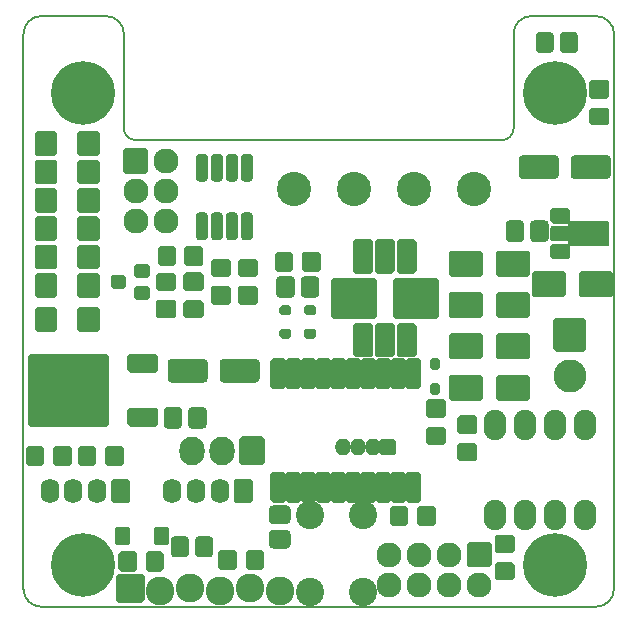
<source format=gts>
%TF.GenerationSoftware,KiCad,Pcbnew,5.1.10-88a1d61d58~88~ubuntu20.04.1*%
%TF.CreationDate,2021-05-10T22:45:26+02:00*%
%TF.ProjectId,mfx-link2,6d66782d-6c69-46e6-9b32-2e6b69636164,rev?*%
%TF.SameCoordinates,Original*%
%TF.FileFunction,Soldermask,Top*%
%TF.FilePolarity,Negative*%
%FSLAX46Y46*%
G04 Gerber Fmt 4.6, Leading zero omitted, Abs format (unit mm)*
G04 Created by KiCad (PCBNEW 5.1.10-88a1d61d58~88~ubuntu20.04.1) date 2021-05-10 22:45:26*
%MOMM*%
%LPD*%
G01*
G04 APERTURE LIST*
%TA.AperFunction,Profile*%
%ADD10C,0.150000*%
%TD*%
%ADD11O,1.400000X1.400000*%
%ADD12O,1.901140X2.599640*%
%ADD13C,0.100000*%
%ADD14C,5.400000*%
%ADD15O,1.598880X2.099260*%
%ADD16O,2.127200X2.127200*%
%ADD17O,2.127200X2.432000*%
%ADD18C,2.432000*%
%ADD19C,2.800000*%
%ADD20C,2.900000*%
%ADD21C,2.398980*%
G04 APERTURE END LIST*
D10*
X161950000Y-95350000D02*
X161950000Y-103350000D01*
X168950000Y-93850000D02*
X163450000Y-93850000D01*
X127450000Y-93850000D02*
X121950000Y-93850000D01*
X128950000Y-103350000D02*
X128950000Y-95350000D01*
X160950000Y-104350000D02*
X129950000Y-104350000D01*
X160950000Y-104350000D02*
G75*
G03*
X161950000Y-103350000I0J1000000D01*
G01*
X128950000Y-103350000D02*
G75*
G03*
X129950000Y-104350000I1000000J0D01*
G01*
X128950000Y-95350000D02*
G75*
G03*
X127450000Y-93850000I-1500000J0D01*
G01*
X163450000Y-93850000D02*
G75*
G03*
X161950000Y-95350000I0J-1500000D01*
G01*
X120450000Y-95350000D02*
X120450000Y-142350000D01*
X170450000Y-142350000D02*
X170450000Y-95350000D01*
X120450000Y-142350000D02*
G75*
G03*
X121950000Y-143850000I1500000J0D01*
G01*
X168950000Y-143850000D02*
G75*
G03*
X170450000Y-142350000I0J1500000D01*
G01*
X121950000Y-93850000D02*
G75*
G03*
X120450000Y-95350000I0J-1500000D01*
G01*
X170450000Y-95350000D02*
G75*
G03*
X168950000Y-93850000I-1500000J0D01*
G01*
X168950000Y-143850000D02*
X121950000Y-143850000D01*
%TO.C,C1*%
G36*
G01*
X143420000Y-116199106D02*
X143420000Y-117378894D01*
G75*
G02*
X143084894Y-117714000I-335106J0D01*
G01*
X142180106Y-117714000D01*
G75*
G02*
X141845000Y-117378894I0J335106D01*
G01*
X141845000Y-116199106D01*
G75*
G02*
X142180106Y-115864000I335106J0D01*
G01*
X143084894Y-115864000D01*
G75*
G02*
X143420000Y-116199106I0J-335106D01*
G01*
G37*
G36*
G01*
X145495000Y-116199106D02*
X145495000Y-117378894D01*
G75*
G02*
X145159894Y-117714000I-335106J0D01*
G01*
X144255106Y-117714000D01*
G75*
G02*
X143920000Y-117378894I0J335106D01*
G01*
X143920000Y-116199106D01*
G75*
G02*
X144255106Y-115864000I335106J0D01*
G01*
X145159894Y-115864000D01*
G75*
G02*
X145495000Y-116199106I0J-335106D01*
G01*
G37*
%TD*%
%TO.C,D9*%
G36*
G01*
X131505200Y-138471200D02*
X131505200Y-137271200D01*
G75*
G02*
X131705200Y-137071200I200000J0D01*
G01*
X132605200Y-137071200D01*
G75*
G02*
X132805200Y-137271200I0J-200000D01*
G01*
X132805200Y-138471200D01*
G75*
G02*
X132605200Y-138671200I-200000J0D01*
G01*
X131705200Y-138671200D01*
G75*
G02*
X131505200Y-138471200I0J200000D01*
G01*
G37*
G36*
G01*
X128205200Y-138471200D02*
X128205200Y-137271200D01*
G75*
G02*
X128405200Y-137071200I200000J0D01*
G01*
X129305200Y-137071200D01*
G75*
G02*
X129505200Y-137271200I0J-200000D01*
G01*
X129505200Y-138471200D01*
G75*
G02*
X129305200Y-138671200I-200000J0D01*
G01*
X128405200Y-138671200D01*
G75*
G02*
X128205200Y-138471200I0J200000D01*
G01*
G37*
%TD*%
%TO.C,D7*%
G36*
G01*
X143112400Y-118545400D02*
X143112400Y-118995400D01*
G75*
G02*
X142912400Y-119195400I-200000J0D01*
G01*
X142312400Y-119195400D01*
G75*
G02*
X142112400Y-118995400I0J200000D01*
G01*
X142112400Y-118545400D01*
G75*
G02*
X142312400Y-118345400I200000J0D01*
G01*
X142912400Y-118345400D01*
G75*
G02*
X143112400Y-118545400I0J-200000D01*
G01*
G37*
G36*
G01*
X145212400Y-118545400D02*
X145212400Y-118995400D01*
G75*
G02*
X145012400Y-119195400I-200000J0D01*
G01*
X144412400Y-119195400D01*
G75*
G02*
X144212400Y-118995400I0J200000D01*
G01*
X144212400Y-118545400D01*
G75*
G02*
X144412400Y-118345400I200000J0D01*
G01*
X145012400Y-118345400D01*
G75*
G02*
X145212400Y-118545400I0J-200000D01*
G01*
G37*
%TD*%
%TO.C,D6*%
G36*
G01*
X144212400Y-120951000D02*
X144212400Y-120501000D01*
G75*
G02*
X144412400Y-120301000I200000J0D01*
G01*
X145012400Y-120301000D01*
G75*
G02*
X145212400Y-120501000I0J-200000D01*
G01*
X145212400Y-120951000D01*
G75*
G02*
X145012400Y-121151000I-200000J0D01*
G01*
X144412400Y-121151000D01*
G75*
G02*
X144212400Y-120951000I0J200000D01*
G01*
G37*
G36*
G01*
X142112400Y-120951000D02*
X142112400Y-120501000D01*
G75*
G02*
X142312400Y-120301000I200000J0D01*
G01*
X142912400Y-120301000D01*
G75*
G02*
X143112400Y-120501000I0J-200000D01*
G01*
X143112400Y-120951000D01*
G75*
G02*
X142912400Y-121151000I-200000J0D01*
G01*
X142312400Y-121151000D01*
G75*
G02*
X142112400Y-120951000I0J200000D01*
G01*
G37*
%TD*%
%TO.C,D8*%
G36*
G01*
X155520600Y-123825200D02*
X155070600Y-123825200D01*
G75*
G02*
X154870600Y-123625200I0J200000D01*
G01*
X154870600Y-123025200D01*
G75*
G02*
X155070600Y-122825200I200000J0D01*
G01*
X155520600Y-122825200D01*
G75*
G02*
X155720600Y-123025200I0J-200000D01*
G01*
X155720600Y-123625200D01*
G75*
G02*
X155520600Y-123825200I-200000J0D01*
G01*
G37*
G36*
G01*
X155520600Y-125925200D02*
X155070600Y-125925200D01*
G75*
G02*
X154870600Y-125725200I0J200000D01*
G01*
X154870600Y-125125200D01*
G75*
G02*
X155070600Y-124925200I200000J0D01*
G01*
X155520600Y-124925200D01*
G75*
G02*
X155720600Y-125125200I0J-200000D01*
G01*
X155720600Y-125725200D01*
G75*
G02*
X155520600Y-125925200I-200000J0D01*
G01*
G37*
%TD*%
%TO.C,U3*%
G36*
G01*
X135809800Y-107869200D02*
X135309800Y-107869200D01*
G75*
G02*
X135059800Y-107619200I0J250000D01*
G01*
X135059800Y-105769200D01*
G75*
G02*
X135309800Y-105519200I250000J0D01*
G01*
X135809800Y-105519200D01*
G75*
G02*
X136059800Y-105769200I0J-250000D01*
G01*
X136059800Y-107619200D01*
G75*
G02*
X135809800Y-107869200I-250000J0D01*
G01*
G37*
G36*
G01*
X137079800Y-107869200D02*
X136579800Y-107869200D01*
G75*
G02*
X136329800Y-107619200I0J250000D01*
G01*
X136329800Y-105769200D01*
G75*
G02*
X136579800Y-105519200I250000J0D01*
G01*
X137079800Y-105519200D01*
G75*
G02*
X137329800Y-105769200I0J-250000D01*
G01*
X137329800Y-107619200D01*
G75*
G02*
X137079800Y-107869200I-250000J0D01*
G01*
G37*
G36*
G01*
X138349800Y-107869200D02*
X137849800Y-107869200D01*
G75*
G02*
X137599800Y-107619200I0J250000D01*
G01*
X137599800Y-105769200D01*
G75*
G02*
X137849800Y-105519200I250000J0D01*
G01*
X138349800Y-105519200D01*
G75*
G02*
X138599800Y-105769200I0J-250000D01*
G01*
X138599800Y-107619200D01*
G75*
G02*
X138349800Y-107869200I-250000J0D01*
G01*
G37*
G36*
G01*
X139619800Y-107869200D02*
X139119800Y-107869200D01*
G75*
G02*
X138869800Y-107619200I0J250000D01*
G01*
X138869800Y-105769200D01*
G75*
G02*
X139119800Y-105519200I250000J0D01*
G01*
X139619800Y-105519200D01*
G75*
G02*
X139869800Y-105769200I0J-250000D01*
G01*
X139869800Y-107619200D01*
G75*
G02*
X139619800Y-107869200I-250000J0D01*
G01*
G37*
G36*
G01*
X139619800Y-112819200D02*
X139119800Y-112819200D01*
G75*
G02*
X138869800Y-112569200I0J250000D01*
G01*
X138869800Y-110719200D01*
G75*
G02*
X139119800Y-110469200I250000J0D01*
G01*
X139619800Y-110469200D01*
G75*
G02*
X139869800Y-110719200I0J-250000D01*
G01*
X139869800Y-112569200D01*
G75*
G02*
X139619800Y-112819200I-250000J0D01*
G01*
G37*
G36*
G01*
X138349800Y-112819200D02*
X137849800Y-112819200D01*
G75*
G02*
X137599800Y-112569200I0J250000D01*
G01*
X137599800Y-110719200D01*
G75*
G02*
X137849800Y-110469200I250000J0D01*
G01*
X138349800Y-110469200D01*
G75*
G02*
X138599800Y-110719200I0J-250000D01*
G01*
X138599800Y-112569200D01*
G75*
G02*
X138349800Y-112819200I-250000J0D01*
G01*
G37*
G36*
G01*
X137079800Y-112819200D02*
X136579800Y-112819200D01*
G75*
G02*
X136329800Y-112569200I0J250000D01*
G01*
X136329800Y-110719200D01*
G75*
G02*
X136579800Y-110469200I250000J0D01*
G01*
X137079800Y-110469200D01*
G75*
G02*
X137329800Y-110719200I0J-250000D01*
G01*
X137329800Y-112569200D01*
G75*
G02*
X137079800Y-112819200I-250000J0D01*
G01*
G37*
G36*
G01*
X135809800Y-112819200D02*
X135309800Y-112819200D01*
G75*
G02*
X135059800Y-112569200I0J250000D01*
G01*
X135059800Y-110719200D01*
G75*
G02*
X135309800Y-110469200I250000J0D01*
G01*
X135809800Y-110469200D01*
G75*
G02*
X136059800Y-110719200I0J-250000D01*
G01*
X136059800Y-112569200D01*
G75*
G02*
X135809800Y-112819200I-250000J0D01*
G01*
G37*
%TD*%
%TO.C,D4*%
G36*
G01*
X160443000Y-126223600D02*
X160443000Y-124423600D01*
G75*
G02*
X160643000Y-124223600I200000J0D01*
G01*
X163143000Y-124223600D01*
G75*
G02*
X163343000Y-124423600I0J-200000D01*
G01*
X163343000Y-126223600D01*
G75*
G02*
X163143000Y-126423600I-200000J0D01*
G01*
X160643000Y-126423600D01*
G75*
G02*
X160443000Y-126223600I0J200000D01*
G01*
G37*
G36*
G01*
X156443000Y-126223600D02*
X156443000Y-124423600D01*
G75*
G02*
X156643000Y-124223600I200000J0D01*
G01*
X159143000Y-124223600D01*
G75*
G02*
X159343000Y-124423600I0J-200000D01*
G01*
X159343000Y-126223600D01*
G75*
G02*
X159143000Y-126423600I-200000J0D01*
G01*
X156643000Y-126423600D01*
G75*
G02*
X156443000Y-126223600I0J200000D01*
G01*
G37*
%TD*%
%TO.C,D2*%
G36*
G01*
X159343000Y-120918400D02*
X159343000Y-122718400D01*
G75*
G02*
X159143000Y-122918400I-200000J0D01*
G01*
X156643000Y-122918400D01*
G75*
G02*
X156443000Y-122718400I0J200000D01*
G01*
X156443000Y-120918400D01*
G75*
G02*
X156643000Y-120718400I200000J0D01*
G01*
X159143000Y-120718400D01*
G75*
G02*
X159343000Y-120918400I0J-200000D01*
G01*
G37*
G36*
G01*
X163343000Y-120918400D02*
X163343000Y-122718400D01*
G75*
G02*
X163143000Y-122918400I-200000J0D01*
G01*
X160643000Y-122918400D01*
G75*
G02*
X160443000Y-122718400I0J200000D01*
G01*
X160443000Y-120918400D01*
G75*
G02*
X160643000Y-120718400I200000J0D01*
G01*
X163143000Y-120718400D01*
G75*
G02*
X163343000Y-120918400I0J-200000D01*
G01*
G37*
%TD*%
%TO.C,D3*%
G36*
G01*
X160443000Y-119213200D02*
X160443000Y-117413200D01*
G75*
G02*
X160643000Y-117213200I200000J0D01*
G01*
X163143000Y-117213200D01*
G75*
G02*
X163343000Y-117413200I0J-200000D01*
G01*
X163343000Y-119213200D01*
G75*
G02*
X163143000Y-119413200I-200000J0D01*
G01*
X160643000Y-119413200D01*
G75*
G02*
X160443000Y-119213200I0J200000D01*
G01*
G37*
G36*
G01*
X156443000Y-119213200D02*
X156443000Y-117413200D01*
G75*
G02*
X156643000Y-117213200I200000J0D01*
G01*
X159143000Y-117213200D01*
G75*
G02*
X159343000Y-117413200I0J-200000D01*
G01*
X159343000Y-119213200D01*
G75*
G02*
X159143000Y-119413200I-200000J0D01*
G01*
X156643000Y-119413200D01*
G75*
G02*
X156443000Y-119213200I0J200000D01*
G01*
G37*
%TD*%
%TO.C,D5*%
G36*
G01*
X166378800Y-115660600D02*
X166378800Y-117460600D01*
G75*
G02*
X166178800Y-117660600I-200000J0D01*
G01*
X163678800Y-117660600D01*
G75*
G02*
X163478800Y-117460600I0J200000D01*
G01*
X163478800Y-115660600D01*
G75*
G02*
X163678800Y-115460600I200000J0D01*
G01*
X166178800Y-115460600D01*
G75*
G02*
X166378800Y-115660600I0J-200000D01*
G01*
G37*
G36*
G01*
X170378800Y-115660600D02*
X170378800Y-117460600D01*
G75*
G02*
X170178800Y-117660600I-200000J0D01*
G01*
X167678800Y-117660600D01*
G75*
G02*
X167478800Y-117460600I0J200000D01*
G01*
X167478800Y-115660600D01*
G75*
G02*
X167678800Y-115460600I200000J0D01*
G01*
X170178800Y-115460600D01*
G75*
G02*
X170378800Y-115660600I0J-200000D01*
G01*
G37*
%TD*%
%TO.C,D1*%
G36*
G01*
X159343000Y-113908000D02*
X159343000Y-115708000D01*
G75*
G02*
X159143000Y-115908000I-200000J0D01*
G01*
X156643000Y-115908000D01*
G75*
G02*
X156443000Y-115708000I0J200000D01*
G01*
X156443000Y-113908000D01*
G75*
G02*
X156643000Y-113708000I200000J0D01*
G01*
X159143000Y-113708000D01*
G75*
G02*
X159343000Y-113908000I0J-200000D01*
G01*
G37*
G36*
G01*
X163343000Y-113908000D02*
X163343000Y-115708000D01*
G75*
G02*
X163143000Y-115908000I-200000J0D01*
G01*
X160643000Y-115908000D01*
G75*
G02*
X160443000Y-115708000I0J200000D01*
G01*
X160443000Y-113908000D01*
G75*
G02*
X160643000Y-113708000I200000J0D01*
G01*
X163143000Y-113708000D01*
G75*
G02*
X163343000Y-113908000I0J-200000D01*
G01*
G37*
%TD*%
D11*
%TO.C,J1*%
X147472400Y-130352800D03*
X148742400Y-130352800D03*
X150012400Y-130352800D03*
G36*
G01*
X151782400Y-131052800D02*
X150782400Y-131052800D01*
G75*
G02*
X150582400Y-130852800I0J200000D01*
G01*
X150582400Y-129852800D01*
G75*
G02*
X150782400Y-129652800I200000J0D01*
G01*
X151782400Y-129652800D01*
G75*
G02*
X151982400Y-129852800I0J-200000D01*
G01*
X151982400Y-130852800D01*
G75*
G02*
X151782400Y-131052800I-200000J0D01*
G01*
G37*
%TD*%
D12*
%TO.C,U1*%
X167995600Y-128473200D03*
X165455600Y-128473200D03*
X162915600Y-128473200D03*
X160375600Y-128473200D03*
X160375600Y-136093200D03*
X162915600Y-136093200D03*
X165455600Y-136093200D03*
X167995600Y-136093200D03*
%TD*%
%TO.C,R0*%
G36*
G01*
X156021800Y-127894600D02*
X154721800Y-127894600D01*
G75*
G02*
X154521800Y-127694600I0J200000D01*
G01*
X154521800Y-126494600D01*
G75*
G02*
X154721800Y-126294600I200000J0D01*
G01*
X156021800Y-126294600D01*
G75*
G02*
X156221800Y-126494600I0J-200000D01*
G01*
X156221800Y-127694600D01*
G75*
G02*
X156021800Y-127894600I-200000J0D01*
G01*
G37*
G36*
G01*
X156021800Y-130144600D02*
X154721800Y-130144600D01*
G75*
G02*
X154521800Y-129944600I0J200000D01*
G01*
X154521800Y-128844600D01*
G75*
G02*
X154721800Y-128644600I200000J0D01*
G01*
X156021800Y-128644600D01*
G75*
G02*
X156221800Y-128844600I0J-200000D01*
G01*
X156221800Y-129944600D01*
G75*
G02*
X156021800Y-130144600I-200000J0D01*
G01*
G37*
%TD*%
%TO.C,R1*%
G36*
G01*
X158688800Y-129266200D02*
X157388800Y-129266200D01*
G75*
G02*
X157188800Y-129066200I0J200000D01*
G01*
X157188800Y-127866200D01*
G75*
G02*
X157388800Y-127666200I200000J0D01*
G01*
X158688800Y-127666200D01*
G75*
G02*
X158888800Y-127866200I0J-200000D01*
G01*
X158888800Y-129066200D01*
G75*
G02*
X158688800Y-129266200I-200000J0D01*
G01*
G37*
G36*
G01*
X158688800Y-131516200D02*
X157388800Y-131516200D01*
G75*
G02*
X157188800Y-131316200I0J200000D01*
G01*
X157188800Y-130216200D01*
G75*
G02*
X157388800Y-130016200I200000J0D01*
G01*
X158688800Y-130016200D01*
G75*
G02*
X158888800Y-130216200I0J-200000D01*
G01*
X158888800Y-131316200D01*
G75*
G02*
X158688800Y-131516200I-200000J0D01*
G01*
G37*
%TD*%
%TO.C,Q1*%
G36*
G01*
X129139200Y-115957400D02*
X129139200Y-116757400D01*
G75*
G02*
X128939200Y-116957400I-200000J0D01*
G01*
X128039200Y-116957400D01*
G75*
G02*
X127839200Y-116757400I0J200000D01*
G01*
X127839200Y-115957400D01*
G75*
G02*
X128039200Y-115757400I200000J0D01*
G01*
X128939200Y-115757400D01*
G75*
G02*
X129139200Y-115957400I0J-200000D01*
G01*
G37*
G36*
G01*
X131139200Y-115007400D02*
X131139200Y-115807400D01*
G75*
G02*
X130939200Y-116007400I-200000J0D01*
G01*
X130039200Y-116007400D01*
G75*
G02*
X129839200Y-115807400I0J200000D01*
G01*
X129839200Y-115007400D01*
G75*
G02*
X130039200Y-114807400I200000J0D01*
G01*
X130939200Y-114807400D01*
G75*
G02*
X131139200Y-115007400I0J-200000D01*
G01*
G37*
G36*
G01*
X131139200Y-116907400D02*
X131139200Y-117707400D01*
G75*
G02*
X130939200Y-117907400I-200000J0D01*
G01*
X130039200Y-117907400D01*
G75*
G02*
X129839200Y-117707400I0J200000D01*
G01*
X129839200Y-116907400D01*
G75*
G02*
X130039200Y-116707400I200000J0D01*
G01*
X130939200Y-116707400D01*
G75*
G02*
X131139200Y-116907400I0J-200000D01*
G01*
G37*
%TD*%
%TO.C,C5*%
G36*
G01*
X137050400Y-124563300D02*
X137050400Y-123188300D01*
G75*
G02*
X137362900Y-122875800I312500J0D01*
G01*
X140137900Y-122875800D01*
G75*
G02*
X140450400Y-123188300I0J-312500D01*
G01*
X140450400Y-124563300D01*
G75*
G02*
X140137900Y-124875800I-312500J0D01*
G01*
X137362900Y-124875800D01*
G75*
G02*
X137050400Y-124563300I0J312500D01*
G01*
G37*
G36*
G01*
X132650400Y-124563300D02*
X132650400Y-123188300D01*
G75*
G02*
X132962900Y-122875800I312500J0D01*
G01*
X135737900Y-122875800D01*
G75*
G02*
X136050400Y-123188300I0J-312500D01*
G01*
X136050400Y-124563300D01*
G75*
G02*
X135737900Y-124875800I-312500J0D01*
G01*
X132962900Y-124875800D01*
G75*
G02*
X132650400Y-124563300I0J312500D01*
G01*
G37*
%TD*%
%TO.C,C4*%
G36*
G01*
X166768400Y-107316700D02*
X166768400Y-105941700D01*
G75*
G02*
X167080900Y-105629200I312500J0D01*
G01*
X169855900Y-105629200D01*
G75*
G02*
X170168400Y-105941700I0J-312500D01*
G01*
X170168400Y-107316700D01*
G75*
G02*
X169855900Y-107629200I-312500J0D01*
G01*
X167080900Y-107629200D01*
G75*
G02*
X166768400Y-107316700I0J312500D01*
G01*
G37*
G36*
G01*
X162368400Y-107316700D02*
X162368400Y-105941700D01*
G75*
G02*
X162680900Y-105629200I312500J0D01*
G01*
X165455900Y-105629200D01*
G75*
G02*
X165768400Y-105941700I0J-312500D01*
G01*
X165768400Y-107316700D01*
G75*
G02*
X165455900Y-107629200I-312500J0D01*
G01*
X162680900Y-107629200D01*
G75*
G02*
X162368400Y-107316700I0J312500D01*
G01*
G37*
%TD*%
%TO.C,D13*%
G36*
G01*
X165858000Y-96651245D02*
X165858000Y-95525155D01*
G75*
G02*
X166194955Y-95188200I336955J0D01*
G01*
X167071045Y-95188200D01*
G75*
G02*
X167408000Y-95525155I0J-336955D01*
G01*
X167408000Y-96651245D01*
G75*
G02*
X167071045Y-96988200I-336955J0D01*
G01*
X166194955Y-96988200D01*
G75*
G02*
X165858000Y-96651245I0J336955D01*
G01*
G37*
G36*
G01*
X163808000Y-96651245D02*
X163808000Y-95525155D01*
G75*
G02*
X164144955Y-95188200I336955J0D01*
G01*
X165021045Y-95188200D01*
G75*
G02*
X165358000Y-95525155I0J-336955D01*
G01*
X165358000Y-96651245D01*
G75*
G02*
X165021045Y-96988200I-336955J0D01*
G01*
X164144955Y-96988200D01*
G75*
G02*
X163808000Y-96651245I0J336955D01*
G01*
G37*
%TD*%
%TO.C,D10*%
G36*
G01*
X134471600Y-138222555D02*
X134471600Y-139348645D01*
G75*
G02*
X134134645Y-139685600I-336955J0D01*
G01*
X133258555Y-139685600D01*
G75*
G02*
X132921600Y-139348645I0J336955D01*
G01*
X132921600Y-138222555D01*
G75*
G02*
X133258555Y-137885600I336955J0D01*
G01*
X134134645Y-137885600D01*
G75*
G02*
X134471600Y-138222555I0J-336955D01*
G01*
G37*
G36*
G01*
X136521600Y-138222555D02*
X136521600Y-139348645D01*
G75*
G02*
X136184645Y-139685600I-336955J0D01*
G01*
X135308555Y-139685600D01*
G75*
G02*
X134971600Y-139348645I0J336955D01*
G01*
X134971600Y-138222555D01*
G75*
G02*
X135308555Y-137885600I336955J0D01*
G01*
X136184645Y-137885600D01*
G75*
G02*
X136521600Y-138222555I0J-336955D01*
G01*
G37*
%TD*%
%TO.C,R4*%
G36*
G01*
X135498600Y-117157400D02*
X134198600Y-117157400D01*
G75*
G02*
X133998600Y-116957400I0J200000D01*
G01*
X133998600Y-115757400D01*
G75*
G02*
X134198600Y-115557400I200000J0D01*
G01*
X135498600Y-115557400D01*
G75*
G02*
X135698600Y-115757400I0J-200000D01*
G01*
X135698600Y-116957400D01*
G75*
G02*
X135498600Y-117157400I-200000J0D01*
G01*
G37*
G36*
G01*
X135498600Y-119407400D02*
X134198600Y-119407400D01*
G75*
G02*
X133998600Y-119207400I0J200000D01*
G01*
X133998600Y-118107400D01*
G75*
G02*
X134198600Y-117907400I200000J0D01*
G01*
X135498600Y-117907400D01*
G75*
G02*
X135698600Y-118107400I0J-200000D01*
G01*
X135698600Y-119207400D01*
G75*
G02*
X135498600Y-119407400I-200000J0D01*
G01*
G37*
%TD*%
%TO.C,R6*%
G36*
G01*
X136510000Y-116682000D02*
X137810000Y-116682000D01*
G75*
G02*
X138010000Y-116882000I0J-200000D01*
G01*
X138010000Y-118082000D01*
G75*
G02*
X137810000Y-118282000I-200000J0D01*
G01*
X136510000Y-118282000D01*
G75*
G02*
X136310000Y-118082000I0J200000D01*
G01*
X136310000Y-116882000D01*
G75*
G02*
X136510000Y-116682000I200000J0D01*
G01*
G37*
G36*
G01*
X136510000Y-114432000D02*
X137810000Y-114432000D01*
G75*
G02*
X138010000Y-114632000I0J-200000D01*
G01*
X138010000Y-115732000D01*
G75*
G02*
X137810000Y-115932000I-200000J0D01*
G01*
X136510000Y-115932000D01*
G75*
G02*
X136310000Y-115732000I0J200000D01*
G01*
X136310000Y-114632000D01*
G75*
G02*
X136510000Y-114432000I200000J0D01*
G01*
G37*
%TD*%
%TO.C,R7*%
G36*
G01*
X131861800Y-117850400D02*
X133161800Y-117850400D01*
G75*
G02*
X133361800Y-118050400I0J-200000D01*
G01*
X133361800Y-119250400D01*
G75*
G02*
X133161800Y-119450400I-200000J0D01*
G01*
X131861800Y-119450400D01*
G75*
G02*
X131661800Y-119250400I0J200000D01*
G01*
X131661800Y-118050400D01*
G75*
G02*
X131861800Y-117850400I200000J0D01*
G01*
G37*
G36*
G01*
X131861800Y-115600400D02*
X133161800Y-115600400D01*
G75*
G02*
X133361800Y-115800400I0J-200000D01*
G01*
X133361800Y-116900400D01*
G75*
G02*
X133161800Y-117100400I-200000J0D01*
G01*
X131861800Y-117100400D01*
G75*
G02*
X131661800Y-116900400I0J200000D01*
G01*
X131661800Y-115800400D01*
G75*
G02*
X131861800Y-115600400I200000J0D01*
G01*
G37*
%TD*%
%TO.C,R19*%
G36*
G01*
X134081000Y-114823000D02*
X134081000Y-113523000D01*
G75*
G02*
X134281000Y-113323000I200000J0D01*
G01*
X135481000Y-113323000D01*
G75*
G02*
X135681000Y-113523000I0J-200000D01*
G01*
X135681000Y-114823000D01*
G75*
G02*
X135481000Y-115023000I-200000J0D01*
G01*
X134281000Y-115023000D01*
G75*
G02*
X134081000Y-114823000I0J200000D01*
G01*
G37*
G36*
G01*
X131831000Y-114823000D02*
X131831000Y-113523000D01*
G75*
G02*
X132031000Y-113323000I200000J0D01*
G01*
X133131000Y-113323000D01*
G75*
G02*
X133331000Y-113523000I0J-200000D01*
G01*
X133331000Y-114823000D01*
G75*
G02*
X133131000Y-115023000I-200000J0D01*
G01*
X132031000Y-115023000D01*
G75*
G02*
X131831000Y-114823000I0J200000D01*
G01*
G37*
%TD*%
%TO.C,C2*%
G36*
G01*
X162843400Y-111474906D02*
X162843400Y-112654694D01*
G75*
G02*
X162508294Y-112989800I-335106J0D01*
G01*
X161603506Y-112989800D01*
G75*
G02*
X161268400Y-112654694I0J335106D01*
G01*
X161268400Y-111474906D01*
G75*
G02*
X161603506Y-111139800I335106J0D01*
G01*
X162508294Y-111139800D01*
G75*
G02*
X162843400Y-111474906I0J-335106D01*
G01*
G37*
G36*
G01*
X164918400Y-111474906D02*
X164918400Y-112654694D01*
G75*
G02*
X164583294Y-112989800I-335106J0D01*
G01*
X163678506Y-112989800D01*
G75*
G02*
X163343400Y-112654694I0J335106D01*
G01*
X163343400Y-111474906D01*
G75*
G02*
X163678506Y-111139800I335106J0D01*
G01*
X164583294Y-111139800D01*
G75*
G02*
X164918400Y-111474906I0J-335106D01*
G01*
G37*
%TD*%
%TO.C,R3*%
G36*
G01*
X144012400Y-115305600D02*
X144012400Y-114005600D01*
G75*
G02*
X144212400Y-113805600I200000J0D01*
G01*
X145412400Y-113805600D01*
G75*
G02*
X145612400Y-114005600I0J-200000D01*
G01*
X145612400Y-115305600D01*
G75*
G02*
X145412400Y-115505600I-200000J0D01*
G01*
X144212400Y-115505600D01*
G75*
G02*
X144012400Y-115305600I0J200000D01*
G01*
G37*
G36*
G01*
X141762400Y-115305600D02*
X141762400Y-114005600D01*
G75*
G02*
X141962400Y-113805600I200000J0D01*
G01*
X143062400Y-113805600D01*
G75*
G02*
X143262400Y-114005600I0J-200000D01*
G01*
X143262400Y-115305600D01*
G75*
G02*
X143062400Y-115505600I-200000J0D01*
G01*
X141962400Y-115505600D01*
G75*
G02*
X141762400Y-115305600I0J200000D01*
G01*
G37*
%TD*%
%TO.C,R5*%
G36*
G01*
X138796000Y-116682000D02*
X140096000Y-116682000D01*
G75*
G02*
X140296000Y-116882000I0J-200000D01*
G01*
X140296000Y-118082000D01*
G75*
G02*
X140096000Y-118282000I-200000J0D01*
G01*
X138796000Y-118282000D01*
G75*
G02*
X138596000Y-118082000I0J200000D01*
G01*
X138596000Y-116882000D01*
G75*
G02*
X138796000Y-116682000I200000J0D01*
G01*
G37*
G36*
G01*
X138796000Y-114432000D02*
X140096000Y-114432000D01*
G75*
G02*
X140296000Y-114632000I0J-200000D01*
G01*
X140296000Y-115732000D01*
G75*
G02*
X140096000Y-115932000I-200000J0D01*
G01*
X138796000Y-115932000D01*
G75*
G02*
X138596000Y-115732000I0J200000D01*
G01*
X138596000Y-114632000D01*
G75*
G02*
X138796000Y-114432000I200000J0D01*
G01*
G37*
%TD*%
%TO.C,R2*%
G36*
G01*
X161838400Y-139350000D02*
X160538400Y-139350000D01*
G75*
G02*
X160338400Y-139150000I0J200000D01*
G01*
X160338400Y-137950000D01*
G75*
G02*
X160538400Y-137750000I200000J0D01*
G01*
X161838400Y-137750000D01*
G75*
G02*
X162038400Y-137950000I0J-200000D01*
G01*
X162038400Y-139150000D01*
G75*
G02*
X161838400Y-139350000I-200000J0D01*
G01*
G37*
G36*
G01*
X161838400Y-141600000D02*
X160538400Y-141600000D01*
G75*
G02*
X160338400Y-141400000I0J200000D01*
G01*
X160338400Y-140300000D01*
G75*
G02*
X160538400Y-140100000I200000J0D01*
G01*
X161838400Y-140100000D01*
G75*
G02*
X162038400Y-140300000I0J-200000D01*
G01*
X162038400Y-141400000D01*
G75*
G02*
X161838400Y-141600000I-200000J0D01*
G01*
G37*
%TD*%
%TO.C,C6*%
G36*
G01*
X141556106Y-137359000D02*
X142735894Y-137359000D01*
G75*
G02*
X143071000Y-137694106I0J-335106D01*
G01*
X143071000Y-138598894D01*
G75*
G02*
X142735894Y-138934000I-335106J0D01*
G01*
X141556106Y-138934000D01*
G75*
G02*
X141221000Y-138598894I0J335106D01*
G01*
X141221000Y-137694106D01*
G75*
G02*
X141556106Y-137359000I335106J0D01*
G01*
G37*
G36*
G01*
X141556106Y-135284000D02*
X142735894Y-135284000D01*
G75*
G02*
X143071000Y-135619106I0J-335106D01*
G01*
X143071000Y-136523894D01*
G75*
G02*
X142735894Y-136859000I-335106J0D01*
G01*
X141556106Y-136859000D01*
G75*
G02*
X141221000Y-136523894I0J335106D01*
G01*
X141221000Y-135619106D01*
G75*
G02*
X141556106Y-135284000I335106J0D01*
G01*
G37*
%TD*%
%TO.C,C3*%
G36*
G01*
X134387400Y-128453494D02*
X134387400Y-127273706D01*
G75*
G02*
X134722506Y-126938600I335106J0D01*
G01*
X135627294Y-126938600D01*
G75*
G02*
X135962400Y-127273706I0J-335106D01*
G01*
X135962400Y-128453494D01*
G75*
G02*
X135627294Y-128788600I-335106J0D01*
G01*
X134722506Y-128788600D01*
G75*
G02*
X134387400Y-128453494I0J335106D01*
G01*
G37*
G36*
G01*
X132312400Y-128453494D02*
X132312400Y-127273706D01*
G75*
G02*
X132647506Y-126938600I335106J0D01*
G01*
X133552294Y-126938600D01*
G75*
G02*
X133887400Y-127273706I0J-335106D01*
G01*
X133887400Y-128453494D01*
G75*
G02*
X133552294Y-128788600I-335106J0D01*
G01*
X132647506Y-128788600D01*
G75*
G02*
X132312400Y-128453494I0J335106D01*
G01*
G37*
%TD*%
%TO.C,R17*%
G36*
G01*
X153766000Y-136844800D02*
X153766000Y-135544800D01*
G75*
G02*
X153966000Y-135344800I200000J0D01*
G01*
X155166000Y-135344800D01*
G75*
G02*
X155366000Y-135544800I0J-200000D01*
G01*
X155366000Y-136844800D01*
G75*
G02*
X155166000Y-137044800I-200000J0D01*
G01*
X153966000Y-137044800D01*
G75*
G02*
X153766000Y-136844800I0J200000D01*
G01*
G37*
G36*
G01*
X151516000Y-136844800D02*
X151516000Y-135544800D01*
G75*
G02*
X151716000Y-135344800I200000J0D01*
G01*
X152816000Y-135344800D01*
G75*
G02*
X153016000Y-135544800I0J-200000D01*
G01*
X153016000Y-136844800D01*
G75*
G02*
X152816000Y-137044800I-200000J0D01*
G01*
X151716000Y-137044800D01*
G75*
G02*
X151516000Y-136844800I0J200000D01*
G01*
G37*
%TD*%
%TO.C,R21*%
G36*
G01*
X127350000Y-131750000D02*
X127350000Y-130450000D01*
G75*
G02*
X127550000Y-130250000I200000J0D01*
G01*
X128750000Y-130250000D01*
G75*
G02*
X128950000Y-130450000I0J-200000D01*
G01*
X128950000Y-131750000D01*
G75*
G02*
X128750000Y-131950000I-200000J0D01*
G01*
X127550000Y-131950000D01*
G75*
G02*
X127350000Y-131750000I0J200000D01*
G01*
G37*
G36*
G01*
X125100000Y-131750000D02*
X125100000Y-130450000D01*
G75*
G02*
X125300000Y-130250000I200000J0D01*
G01*
X126400000Y-130250000D01*
G75*
G02*
X126600000Y-130450000I0J-200000D01*
G01*
X126600000Y-131750000D01*
G75*
G02*
X126400000Y-131950000I-200000J0D01*
G01*
X125300000Y-131950000D01*
G75*
G02*
X125100000Y-131750000I0J200000D01*
G01*
G37*
%TD*%
%TO.C,R20*%
G36*
G01*
X122950000Y-131750000D02*
X122950000Y-130450000D01*
G75*
G02*
X123150000Y-130250000I200000J0D01*
G01*
X124350000Y-130250000D01*
G75*
G02*
X124550000Y-130450000I0J-200000D01*
G01*
X124550000Y-131750000D01*
G75*
G02*
X124350000Y-131950000I-200000J0D01*
G01*
X123150000Y-131950000D01*
G75*
G02*
X122950000Y-131750000I0J200000D01*
G01*
G37*
G36*
G01*
X120700000Y-131750000D02*
X120700000Y-130450000D01*
G75*
G02*
X120900000Y-130250000I200000J0D01*
G01*
X122000000Y-130250000D01*
G75*
G02*
X122200000Y-130450000I0J-200000D01*
G01*
X122200000Y-131750000D01*
G75*
G02*
X122000000Y-131950000I-200000J0D01*
G01*
X120900000Y-131950000D01*
G75*
G02*
X120700000Y-131750000I0J200000D01*
G01*
G37*
%TD*%
%TO.C,R18*%
G36*
G01*
X169850000Y-100850000D02*
X168550000Y-100850000D01*
G75*
G02*
X168350000Y-100650000I0J200000D01*
G01*
X168350000Y-99450000D01*
G75*
G02*
X168550000Y-99250000I200000J0D01*
G01*
X169850000Y-99250000D01*
G75*
G02*
X170050000Y-99450000I0J-200000D01*
G01*
X170050000Y-100650000D01*
G75*
G02*
X169850000Y-100850000I-200000J0D01*
G01*
G37*
G36*
G01*
X169850000Y-103100000D02*
X168550000Y-103100000D01*
G75*
G02*
X168350000Y-102900000I0J200000D01*
G01*
X168350000Y-101800000D01*
G75*
G02*
X168550000Y-101600000I200000J0D01*
G01*
X169850000Y-101600000D01*
G75*
G02*
X170050000Y-101800000I0J-200000D01*
G01*
X170050000Y-102900000D01*
G75*
G02*
X169850000Y-103100000I-200000J0D01*
G01*
G37*
%TD*%
%TO.C,R15*%
G36*
G01*
X138537200Y-139253200D02*
X138537200Y-140553200D01*
G75*
G02*
X138337200Y-140753200I-200000J0D01*
G01*
X137137200Y-140753200D01*
G75*
G02*
X136937200Y-140553200I0J200000D01*
G01*
X136937200Y-139253200D01*
G75*
G02*
X137137200Y-139053200I200000J0D01*
G01*
X138337200Y-139053200D01*
G75*
G02*
X138537200Y-139253200I0J-200000D01*
G01*
G37*
G36*
G01*
X140787200Y-139253200D02*
X140787200Y-140553200D01*
G75*
G02*
X140587200Y-140753200I-200000J0D01*
G01*
X139487200Y-140753200D01*
G75*
G02*
X139287200Y-140553200I0J200000D01*
G01*
X139287200Y-139253200D01*
G75*
G02*
X139487200Y-139053200I200000J0D01*
G01*
X140587200Y-139053200D01*
G75*
G02*
X140787200Y-139253200I0J-200000D01*
G01*
G37*
%TD*%
%TO.C,R16*%
G36*
G01*
X130079000Y-139380200D02*
X130079000Y-140680200D01*
G75*
G02*
X129879000Y-140880200I-200000J0D01*
G01*
X128679000Y-140880200D01*
G75*
G02*
X128479000Y-140680200I0J200000D01*
G01*
X128479000Y-139380200D01*
G75*
G02*
X128679000Y-139180200I200000J0D01*
G01*
X129879000Y-139180200D01*
G75*
G02*
X130079000Y-139380200I0J-200000D01*
G01*
G37*
G36*
G01*
X132329000Y-139380200D02*
X132329000Y-140680200D01*
G75*
G02*
X132129000Y-140880200I-200000J0D01*
G01*
X131029000Y-140880200D01*
G75*
G02*
X130829000Y-140680200I0J200000D01*
G01*
X130829000Y-139380200D01*
G75*
G02*
X131029000Y-139180200I200000J0D01*
G01*
X132129000Y-139180200D01*
G75*
G02*
X132329000Y-139380200I0J-200000D01*
G01*
G37*
%TD*%
%TO.C,R10*%
G36*
G01*
X123300000Y-113400000D02*
X123300000Y-115100000D01*
G75*
G02*
X123100000Y-115300000I-200000J0D01*
G01*
X121600000Y-115300000D01*
G75*
G02*
X121400000Y-115100000I0J200000D01*
G01*
X121400000Y-113400000D01*
G75*
G02*
X121600000Y-113200000I200000J0D01*
G01*
X123100000Y-113200000D01*
G75*
G02*
X123300000Y-113400000I0J-200000D01*
G01*
G37*
G36*
G01*
X126900000Y-113400000D02*
X126900000Y-115100000D01*
G75*
G02*
X126700000Y-115300000I-200000J0D01*
G01*
X125200000Y-115300000D01*
G75*
G02*
X125000000Y-115100000I0J200000D01*
G01*
X125000000Y-113400000D01*
G75*
G02*
X125200000Y-113200000I200000J0D01*
G01*
X126700000Y-113200000D01*
G75*
G02*
X126900000Y-113400000I0J-200000D01*
G01*
G37*
%TD*%
%TO.C,R13*%
G36*
G01*
X123300000Y-106200000D02*
X123300000Y-107900000D01*
G75*
G02*
X123100000Y-108100000I-200000J0D01*
G01*
X121600000Y-108100000D01*
G75*
G02*
X121400000Y-107900000I0J200000D01*
G01*
X121400000Y-106200000D01*
G75*
G02*
X121600000Y-106000000I200000J0D01*
G01*
X123100000Y-106000000D01*
G75*
G02*
X123300000Y-106200000I0J-200000D01*
G01*
G37*
G36*
G01*
X126900000Y-106200000D02*
X126900000Y-107900000D01*
G75*
G02*
X126700000Y-108100000I-200000J0D01*
G01*
X125200000Y-108100000D01*
G75*
G02*
X125000000Y-107900000I0J200000D01*
G01*
X125000000Y-106200000D01*
G75*
G02*
X125200000Y-106000000I200000J0D01*
G01*
X126700000Y-106000000D01*
G75*
G02*
X126900000Y-106200000I0J-200000D01*
G01*
G37*
%TD*%
%TO.C,R12*%
G36*
G01*
X123300000Y-108600000D02*
X123300000Y-110300000D01*
G75*
G02*
X123100000Y-110500000I-200000J0D01*
G01*
X121600000Y-110500000D01*
G75*
G02*
X121400000Y-110300000I0J200000D01*
G01*
X121400000Y-108600000D01*
G75*
G02*
X121600000Y-108400000I200000J0D01*
G01*
X123100000Y-108400000D01*
G75*
G02*
X123300000Y-108600000I0J-200000D01*
G01*
G37*
G36*
G01*
X126900000Y-108600000D02*
X126900000Y-110300000D01*
G75*
G02*
X126700000Y-110500000I-200000J0D01*
G01*
X125200000Y-110500000D01*
G75*
G02*
X125000000Y-110300000I0J200000D01*
G01*
X125000000Y-108600000D01*
G75*
G02*
X125200000Y-108400000I200000J0D01*
G01*
X126700000Y-108400000D01*
G75*
G02*
X126900000Y-108600000I0J-200000D01*
G01*
G37*
%TD*%
%TO.C,R14*%
G36*
G01*
X123300000Y-103800000D02*
X123300000Y-105500000D01*
G75*
G02*
X123100000Y-105700000I-200000J0D01*
G01*
X121600000Y-105700000D01*
G75*
G02*
X121400000Y-105500000I0J200000D01*
G01*
X121400000Y-103800000D01*
G75*
G02*
X121600000Y-103600000I200000J0D01*
G01*
X123100000Y-103600000D01*
G75*
G02*
X123300000Y-103800000I0J-200000D01*
G01*
G37*
G36*
G01*
X126900000Y-103800000D02*
X126900000Y-105500000D01*
G75*
G02*
X126700000Y-105700000I-200000J0D01*
G01*
X125200000Y-105700000D01*
G75*
G02*
X125000000Y-105500000I0J200000D01*
G01*
X125000000Y-103800000D01*
G75*
G02*
X125200000Y-103600000I200000J0D01*
G01*
X126700000Y-103600000D01*
G75*
G02*
X126900000Y-103800000I0J-200000D01*
G01*
G37*
%TD*%
%TO.C,R11*%
G36*
G01*
X123300000Y-111000000D02*
X123300000Y-112700000D01*
G75*
G02*
X123100000Y-112900000I-200000J0D01*
G01*
X121600000Y-112900000D01*
G75*
G02*
X121400000Y-112700000I0J200000D01*
G01*
X121400000Y-111000000D01*
G75*
G02*
X121600000Y-110800000I200000J0D01*
G01*
X123100000Y-110800000D01*
G75*
G02*
X123300000Y-111000000I0J-200000D01*
G01*
G37*
G36*
G01*
X126900000Y-111000000D02*
X126900000Y-112700000D01*
G75*
G02*
X126700000Y-112900000I-200000J0D01*
G01*
X125200000Y-112900000D01*
G75*
G02*
X125000000Y-112700000I0J200000D01*
G01*
X125000000Y-111000000D01*
G75*
G02*
X125200000Y-110800000I200000J0D01*
G01*
X126700000Y-110800000D01*
G75*
G02*
X126900000Y-111000000I0J-200000D01*
G01*
G37*
%TD*%
%TO.C,R9*%
G36*
G01*
X123305200Y-115812200D02*
X123305200Y-117512200D01*
G75*
G02*
X123105200Y-117712200I-200000J0D01*
G01*
X121605200Y-117712200D01*
G75*
G02*
X121405200Y-117512200I0J200000D01*
G01*
X121405200Y-115812200D01*
G75*
G02*
X121605200Y-115612200I200000J0D01*
G01*
X123105200Y-115612200D01*
G75*
G02*
X123305200Y-115812200I0J-200000D01*
G01*
G37*
G36*
G01*
X126905200Y-115812200D02*
X126905200Y-117512200D01*
G75*
G02*
X126705200Y-117712200I-200000J0D01*
G01*
X125205200Y-117712200D01*
G75*
G02*
X125005200Y-117512200I0J200000D01*
G01*
X125005200Y-115812200D01*
G75*
G02*
X125205200Y-115612200I200000J0D01*
G01*
X126705200Y-115612200D01*
G75*
G02*
X126905200Y-115812200I0J-200000D01*
G01*
G37*
%TD*%
%TO.C,R8*%
G36*
G01*
X123305200Y-118682400D02*
X123305200Y-120382400D01*
G75*
G02*
X123105200Y-120582400I-200000J0D01*
G01*
X121605200Y-120582400D01*
G75*
G02*
X121405200Y-120382400I0J200000D01*
G01*
X121405200Y-118682400D01*
G75*
G02*
X121605200Y-118482400I200000J0D01*
G01*
X123105200Y-118482400D01*
G75*
G02*
X123305200Y-118682400I0J-200000D01*
G01*
G37*
G36*
G01*
X126905200Y-118682400D02*
X126905200Y-120382400D01*
G75*
G02*
X126705200Y-120582400I-200000J0D01*
G01*
X125205200Y-120582400D01*
G75*
G02*
X125005200Y-120382400I0J200000D01*
G01*
X125005200Y-118682400D01*
G75*
G02*
X125205200Y-118482400I200000J0D01*
G01*
X126705200Y-118482400D01*
G75*
G02*
X126905200Y-118682400I0J-200000D01*
G01*
G37*
%TD*%
%TO.C,U2*%
G36*
G01*
X127658200Y-122627800D02*
X127658200Y-128427800D01*
G75*
G02*
X127458200Y-128627800I-200000J0D01*
G01*
X121058200Y-128627800D01*
G75*
G02*
X120858200Y-128427800I0J200000D01*
G01*
X120858200Y-122627800D01*
G75*
G02*
X121058200Y-122427800I200000J0D01*
G01*
X127458200Y-122427800D01*
G75*
G02*
X127658200Y-122627800I0J-200000D01*
G01*
G37*
G36*
G01*
X131858200Y-122647800D02*
X131858200Y-123847800D01*
G75*
G02*
X131658200Y-124047800I-200000J0D01*
G01*
X129458200Y-124047800D01*
G75*
G02*
X129258200Y-123847800I0J200000D01*
G01*
X129258200Y-122647800D01*
G75*
G02*
X129458200Y-122447800I200000J0D01*
G01*
X131658200Y-122447800D01*
G75*
G02*
X131858200Y-122647800I0J-200000D01*
G01*
G37*
G36*
G01*
X131858200Y-127207800D02*
X131858200Y-128407800D01*
G75*
G02*
X131658200Y-128607800I-200000J0D01*
G01*
X129458200Y-128607800D01*
G75*
G02*
X129258200Y-128407800I0J200000D01*
G01*
X129258200Y-127207800D01*
G75*
G02*
X129458200Y-127007800I200000J0D01*
G01*
X131658200Y-127007800D01*
G75*
G02*
X131858200Y-127207800I0J-200000D01*
G01*
G37*
%TD*%
D13*
%TO.C,U4*%
G36*
X169902818Y-111205343D02*
G01*
X169940337Y-111216724D01*
X169974914Y-111235206D01*
X170005221Y-111260079D01*
X170030094Y-111290386D01*
X170048576Y-111324963D01*
X170059957Y-111362482D01*
X170063800Y-111401500D01*
X170063800Y-113134500D01*
X170059957Y-113173518D01*
X170048576Y-113211037D01*
X170030094Y-113245614D01*
X170005221Y-113275921D01*
X169974914Y-113300794D01*
X169940337Y-113319276D01*
X169902818Y-113330657D01*
X169863800Y-113334500D01*
X166738800Y-113334500D01*
X166699782Y-113330657D01*
X166662263Y-113319276D01*
X166627686Y-113300794D01*
X166597379Y-113275921D01*
X166572506Y-113245614D01*
X166554024Y-113211037D01*
X166542643Y-113173518D01*
X166538800Y-113134500D01*
X166538800Y-112918000D01*
X165263800Y-112918000D01*
X165224782Y-112914157D01*
X165187263Y-112902776D01*
X165152686Y-112884294D01*
X165122379Y-112859421D01*
X165097506Y-112829114D01*
X165079024Y-112794537D01*
X165067643Y-112757018D01*
X165063800Y-112718000D01*
X165063800Y-111818000D01*
X165067643Y-111778982D01*
X165079024Y-111741463D01*
X165097506Y-111706886D01*
X165122379Y-111676579D01*
X165152686Y-111651706D01*
X165187263Y-111633224D01*
X165224782Y-111621843D01*
X165263800Y-111618000D01*
X166538800Y-111618000D01*
X166538800Y-111401500D01*
X166542643Y-111362482D01*
X166554024Y-111324963D01*
X166572506Y-111290386D01*
X166597379Y-111260079D01*
X166627686Y-111235206D01*
X166662263Y-111216724D01*
X166699782Y-111205343D01*
X166738800Y-111201500D01*
X169863800Y-111201500D01*
X169902818Y-111205343D01*
G37*
G36*
G01*
X165063800Y-114218000D02*
X165063800Y-113318000D01*
G75*
G02*
X165263800Y-113118000I200000J0D01*
G01*
X166563800Y-113118000D01*
G75*
G02*
X166763800Y-113318000I0J-200000D01*
G01*
X166763800Y-114218000D01*
G75*
G02*
X166563800Y-114418000I-200000J0D01*
G01*
X165263800Y-114418000D01*
G75*
G02*
X165063800Y-114218000I0J200000D01*
G01*
G37*
G36*
G01*
X165063800Y-111218000D02*
X165063800Y-110318000D01*
G75*
G02*
X165263800Y-110118000I200000J0D01*
G01*
X166563800Y-110118000D01*
G75*
G02*
X166763800Y-110318000I0J-200000D01*
G01*
X166763800Y-111218000D01*
G75*
G02*
X166563800Y-111418000I-200000J0D01*
G01*
X165263800Y-111418000D01*
G75*
G02*
X165063800Y-111218000I0J200000D01*
G01*
G37*
%TD*%
D14*
%TO.C,REF\u002A\u002A*%
X165450000Y-140350000D03*
%TD*%
%TO.C,REF\u002A\u002A*%
X125450000Y-140350000D03*
%TD*%
%TO.C,REF\u002A\u002A*%
X125450000Y-100350000D03*
%TD*%
%TO.C,P4*%
G36*
G01*
X139869520Y-133211570D02*
X139869520Y-134910830D01*
G75*
G02*
X139669520Y-135110830I-200000J0D01*
G01*
X138470640Y-135110830D01*
G75*
G02*
X138270640Y-134910830I0J200000D01*
G01*
X138270640Y-133211570D01*
G75*
G02*
X138470640Y-133011570I200000J0D01*
G01*
X139669520Y-133011570D01*
G75*
G02*
X139869520Y-133211570I0J-200000D01*
G01*
G37*
D15*
X135067040Y-134061200D03*
X137068560Y-134061200D03*
X133068060Y-134061200D03*
%TD*%
%TO.C,P5*%
G36*
G01*
X129468220Y-133211570D02*
X129468220Y-134910830D01*
G75*
G02*
X129268220Y-135110830I-200000J0D01*
G01*
X128069340Y-135110830D01*
G75*
G02*
X127869340Y-134910830I0J200000D01*
G01*
X127869340Y-133211570D01*
G75*
G02*
X128069340Y-133011570I200000J0D01*
G01*
X129268220Y-133011570D01*
G75*
G02*
X129468220Y-133211570I0J-200000D01*
G01*
G37*
X124665740Y-134061200D03*
X126667260Y-134061200D03*
X122666760Y-134061200D03*
%TD*%
%TO.C,P6*%
G36*
G01*
X128890400Y-106984600D02*
X128890400Y-105257400D01*
G75*
G02*
X129090400Y-105057400I200000J0D01*
G01*
X130817600Y-105057400D01*
G75*
G02*
X131017600Y-105257400I0J-200000D01*
G01*
X131017600Y-106984600D01*
G75*
G02*
X130817600Y-107184600I-200000J0D01*
G01*
X129090400Y-107184600D01*
G75*
G02*
X128890400Y-106984600I0J200000D01*
G01*
G37*
D16*
X132494000Y-106121000D03*
X129954000Y-108661000D03*
X132494000Y-108661000D03*
X129954000Y-111201000D03*
X132494000Y-111201000D03*
%TD*%
%TO.C,P7*%
G36*
G01*
X138936400Y-129441600D02*
X140663600Y-129441600D01*
G75*
G02*
X140863600Y-129641600I0J-200000D01*
G01*
X140863600Y-131673600D01*
G75*
G02*
X140663600Y-131873600I-200000J0D01*
G01*
X138936400Y-131873600D01*
G75*
G02*
X138736400Y-131673600I0J200000D01*
G01*
X138736400Y-129641600D01*
G75*
G02*
X138936400Y-129441600I200000J0D01*
G01*
G37*
D17*
X137260000Y-130657600D03*
X134720000Y-130657600D03*
%TD*%
%TO.C,U5*%
G36*
G01*
X141361400Y-134841160D02*
X141361400Y-132641160D01*
G75*
G02*
X141561400Y-132441160I200000J0D01*
G01*
X142461400Y-132441160D01*
G75*
G02*
X142661400Y-132641160I0J-200000D01*
G01*
X142661400Y-134841160D01*
G75*
G02*
X142461400Y-135041160I-200000J0D01*
G01*
X141561400Y-135041160D01*
G75*
G02*
X141361400Y-134841160I0J200000D01*
G01*
G37*
G36*
G01*
X142631400Y-134841160D02*
X142631400Y-132641160D01*
G75*
G02*
X142831400Y-132441160I200000J0D01*
G01*
X143731400Y-132441160D01*
G75*
G02*
X143931400Y-132641160I0J-200000D01*
G01*
X143931400Y-134841160D01*
G75*
G02*
X143731400Y-135041160I-200000J0D01*
G01*
X142831400Y-135041160D01*
G75*
G02*
X142631400Y-134841160I0J200000D01*
G01*
G37*
G36*
G01*
X143901400Y-134841160D02*
X143901400Y-132641160D01*
G75*
G02*
X144101400Y-132441160I200000J0D01*
G01*
X145001400Y-132441160D01*
G75*
G02*
X145201400Y-132641160I0J-200000D01*
G01*
X145201400Y-134841160D01*
G75*
G02*
X145001400Y-135041160I-200000J0D01*
G01*
X144101400Y-135041160D01*
G75*
G02*
X143901400Y-134841160I0J200000D01*
G01*
G37*
G36*
G01*
X145171400Y-134841160D02*
X145171400Y-132641160D01*
G75*
G02*
X145371400Y-132441160I200000J0D01*
G01*
X146271400Y-132441160D01*
G75*
G02*
X146471400Y-132641160I0J-200000D01*
G01*
X146471400Y-134841160D01*
G75*
G02*
X146271400Y-135041160I-200000J0D01*
G01*
X145371400Y-135041160D01*
G75*
G02*
X145171400Y-134841160I0J200000D01*
G01*
G37*
G36*
G01*
X146441400Y-134841160D02*
X146441400Y-132641160D01*
G75*
G02*
X146641400Y-132441160I200000J0D01*
G01*
X147541400Y-132441160D01*
G75*
G02*
X147741400Y-132641160I0J-200000D01*
G01*
X147741400Y-134841160D01*
G75*
G02*
X147541400Y-135041160I-200000J0D01*
G01*
X146641400Y-135041160D01*
G75*
G02*
X146441400Y-134841160I0J200000D01*
G01*
G37*
G36*
G01*
X147711400Y-134841160D02*
X147711400Y-132641160D01*
G75*
G02*
X147911400Y-132441160I200000J0D01*
G01*
X148811400Y-132441160D01*
G75*
G02*
X149011400Y-132641160I0J-200000D01*
G01*
X149011400Y-134841160D01*
G75*
G02*
X148811400Y-135041160I-200000J0D01*
G01*
X147911400Y-135041160D01*
G75*
G02*
X147711400Y-134841160I0J200000D01*
G01*
G37*
G36*
G01*
X148981400Y-134841160D02*
X148981400Y-132641160D01*
G75*
G02*
X149181400Y-132441160I200000J0D01*
G01*
X150081400Y-132441160D01*
G75*
G02*
X150281400Y-132641160I0J-200000D01*
G01*
X150281400Y-134841160D01*
G75*
G02*
X150081400Y-135041160I-200000J0D01*
G01*
X149181400Y-135041160D01*
G75*
G02*
X148981400Y-134841160I0J200000D01*
G01*
G37*
G36*
G01*
X150251400Y-134841160D02*
X150251400Y-132641160D01*
G75*
G02*
X150451400Y-132441160I200000J0D01*
G01*
X151351400Y-132441160D01*
G75*
G02*
X151551400Y-132641160I0J-200000D01*
G01*
X151551400Y-134841160D01*
G75*
G02*
X151351400Y-135041160I-200000J0D01*
G01*
X150451400Y-135041160D01*
G75*
G02*
X150251400Y-134841160I0J200000D01*
G01*
G37*
G36*
G01*
X151521400Y-134841160D02*
X151521400Y-132641160D01*
G75*
G02*
X151721400Y-132441160I200000J0D01*
G01*
X152621400Y-132441160D01*
G75*
G02*
X152821400Y-132641160I0J-200000D01*
G01*
X152821400Y-134841160D01*
G75*
G02*
X152621400Y-135041160I-200000J0D01*
G01*
X151721400Y-135041160D01*
G75*
G02*
X151521400Y-134841160I0J200000D01*
G01*
G37*
G36*
G01*
X152791400Y-134841160D02*
X152791400Y-132641160D01*
G75*
G02*
X152991400Y-132441160I200000J0D01*
G01*
X153891400Y-132441160D01*
G75*
G02*
X154091400Y-132641160I0J-200000D01*
G01*
X154091400Y-134841160D01*
G75*
G02*
X153891400Y-135041160I-200000J0D01*
G01*
X152991400Y-135041160D01*
G75*
G02*
X152791400Y-134841160I0J200000D01*
G01*
G37*
G36*
G01*
X152791400Y-125219640D02*
X152791400Y-123019640D01*
G75*
G02*
X152991400Y-122819640I200000J0D01*
G01*
X153891400Y-122819640D01*
G75*
G02*
X154091400Y-123019640I0J-200000D01*
G01*
X154091400Y-125219640D01*
G75*
G02*
X153891400Y-125419640I-200000J0D01*
G01*
X152991400Y-125419640D01*
G75*
G02*
X152791400Y-125219640I0J200000D01*
G01*
G37*
G36*
G01*
X151521400Y-125219640D02*
X151521400Y-123019640D01*
G75*
G02*
X151721400Y-122819640I200000J0D01*
G01*
X152621400Y-122819640D01*
G75*
G02*
X152821400Y-123019640I0J-200000D01*
G01*
X152821400Y-125219640D01*
G75*
G02*
X152621400Y-125419640I-200000J0D01*
G01*
X151721400Y-125419640D01*
G75*
G02*
X151521400Y-125219640I0J200000D01*
G01*
G37*
G36*
G01*
X150251400Y-125219640D02*
X150251400Y-123019640D01*
G75*
G02*
X150451400Y-122819640I200000J0D01*
G01*
X151351400Y-122819640D01*
G75*
G02*
X151551400Y-123019640I0J-200000D01*
G01*
X151551400Y-125219640D01*
G75*
G02*
X151351400Y-125419640I-200000J0D01*
G01*
X150451400Y-125419640D01*
G75*
G02*
X150251400Y-125219640I0J200000D01*
G01*
G37*
G36*
G01*
X148981400Y-125219640D02*
X148981400Y-123019640D01*
G75*
G02*
X149181400Y-122819640I200000J0D01*
G01*
X150081400Y-122819640D01*
G75*
G02*
X150281400Y-123019640I0J-200000D01*
G01*
X150281400Y-125219640D01*
G75*
G02*
X150081400Y-125419640I-200000J0D01*
G01*
X149181400Y-125419640D01*
G75*
G02*
X148981400Y-125219640I0J200000D01*
G01*
G37*
G36*
G01*
X147711400Y-125219640D02*
X147711400Y-123019640D01*
G75*
G02*
X147911400Y-122819640I200000J0D01*
G01*
X148811400Y-122819640D01*
G75*
G02*
X149011400Y-123019640I0J-200000D01*
G01*
X149011400Y-125219640D01*
G75*
G02*
X148811400Y-125419640I-200000J0D01*
G01*
X147911400Y-125419640D01*
G75*
G02*
X147711400Y-125219640I0J200000D01*
G01*
G37*
G36*
G01*
X146441400Y-125219640D02*
X146441400Y-123019640D01*
G75*
G02*
X146641400Y-122819640I200000J0D01*
G01*
X147541400Y-122819640D01*
G75*
G02*
X147741400Y-123019640I0J-200000D01*
G01*
X147741400Y-125219640D01*
G75*
G02*
X147541400Y-125419640I-200000J0D01*
G01*
X146641400Y-125419640D01*
G75*
G02*
X146441400Y-125219640I0J200000D01*
G01*
G37*
G36*
G01*
X145171400Y-125219640D02*
X145171400Y-123019640D01*
G75*
G02*
X145371400Y-122819640I200000J0D01*
G01*
X146271400Y-122819640D01*
G75*
G02*
X146471400Y-123019640I0J-200000D01*
G01*
X146471400Y-125219640D01*
G75*
G02*
X146271400Y-125419640I-200000J0D01*
G01*
X145371400Y-125419640D01*
G75*
G02*
X145171400Y-125219640I0J200000D01*
G01*
G37*
G36*
G01*
X143901400Y-125219640D02*
X143901400Y-123019640D01*
G75*
G02*
X144101400Y-122819640I200000J0D01*
G01*
X145001400Y-122819640D01*
G75*
G02*
X145201400Y-123019640I0J-200000D01*
G01*
X145201400Y-125219640D01*
G75*
G02*
X145001400Y-125419640I-200000J0D01*
G01*
X144101400Y-125419640D01*
G75*
G02*
X143901400Y-125219640I0J200000D01*
G01*
G37*
G36*
G01*
X142631400Y-125219640D02*
X142631400Y-123019640D01*
G75*
G02*
X142831400Y-122819640I200000J0D01*
G01*
X143731400Y-122819640D01*
G75*
G02*
X143931400Y-123019640I0J-200000D01*
G01*
X143931400Y-125219640D01*
G75*
G02*
X143731400Y-125419640I-200000J0D01*
G01*
X142831400Y-125419640D01*
G75*
G02*
X142631400Y-125219640I0J200000D01*
G01*
G37*
G36*
G01*
X141361400Y-125219640D02*
X141361400Y-123019640D01*
G75*
G02*
X141561400Y-122819640I200000J0D01*
G01*
X142461400Y-122819640D01*
G75*
G02*
X142661400Y-123019640I0J-200000D01*
G01*
X142661400Y-125219640D01*
G75*
G02*
X142461400Y-125419640I-200000J0D01*
G01*
X141561400Y-125419640D01*
G75*
G02*
X141361400Y-125219640I0J200000D01*
G01*
G37*
%TD*%
%TO.C,JP1*%
G36*
G01*
X128273200Y-143306800D02*
X128273200Y-141274800D01*
G75*
G02*
X128473200Y-141074800I200000J0D01*
G01*
X130505200Y-141074800D01*
G75*
G02*
X130705200Y-141274800I0J-200000D01*
G01*
X130705200Y-143306800D01*
G75*
G02*
X130505200Y-143506800I-200000J0D01*
G01*
X128473200Y-143506800D01*
G75*
G02*
X128273200Y-143306800I0J200000D01*
G01*
G37*
D18*
X132029200Y-142494000D03*
X134569200Y-142290800D03*
X137109200Y-142494000D03*
X139649200Y-142290800D03*
X142189200Y-142494000D03*
%TD*%
%TO.C,P8*%
G36*
G01*
X160113600Y-138586400D02*
X160113600Y-140313600D01*
G75*
G02*
X159913600Y-140513600I-200000J0D01*
G01*
X158186400Y-140513600D01*
G75*
G02*
X157986400Y-140313600I0J200000D01*
G01*
X157986400Y-138586400D01*
G75*
G02*
X158186400Y-138386400I200000J0D01*
G01*
X159913600Y-138386400D01*
G75*
G02*
X160113600Y-138586400I0J-200000D01*
G01*
G37*
D16*
X159050000Y-141990000D03*
X156510000Y-139450000D03*
X156510000Y-141990000D03*
X153970000Y-139450000D03*
X153970000Y-141990000D03*
X151430000Y-139450000D03*
X151430000Y-141990000D03*
%TD*%
D14*
%TO.C,REF\u002A\u002A*%
X165450000Y-100350000D03*
%TD*%
%TO.C,T1*%
G36*
G01*
X146485000Y-119275000D02*
X146485000Y-116225000D01*
G75*
G02*
X146685000Y-116025000I200000J0D01*
G01*
X150185000Y-116025000D01*
G75*
G02*
X150385000Y-116225000I0J-200000D01*
G01*
X150385000Y-119275000D01*
G75*
G02*
X150185000Y-119475000I-200000J0D01*
G01*
X146685000Y-119475000D01*
G75*
G02*
X146485000Y-119275000I0J200000D01*
G01*
G37*
G36*
G01*
X151715000Y-119275000D02*
X151715000Y-116225000D01*
G75*
G02*
X151915000Y-116025000I200000J0D01*
G01*
X155415000Y-116025000D01*
G75*
G02*
X155615000Y-116225000I0J-200000D01*
G01*
X155615000Y-119275000D01*
G75*
G02*
X155415000Y-119475000I-200000J0D01*
G01*
X151915000Y-119475000D01*
G75*
G02*
X151715000Y-119275000I0J200000D01*
G01*
G37*
G36*
G01*
X148365000Y-115445000D02*
X148365000Y-112945000D01*
G75*
G02*
X148565000Y-112745000I200000J0D01*
G01*
X149835000Y-112745000D01*
G75*
G02*
X150035000Y-112945000I0J-200000D01*
G01*
X150035000Y-115445000D01*
G75*
G02*
X149835000Y-115645000I-200000J0D01*
G01*
X148565000Y-115645000D01*
G75*
G02*
X148365000Y-115445000I0J200000D01*
G01*
G37*
G36*
G01*
X150215000Y-115445000D02*
X150215000Y-112945000D01*
G75*
G02*
X150415000Y-112745000I200000J0D01*
G01*
X151685000Y-112745000D01*
G75*
G02*
X151885000Y-112945000I0J-200000D01*
G01*
X151885000Y-115445000D01*
G75*
G02*
X151685000Y-115645000I-200000J0D01*
G01*
X150415000Y-115645000D01*
G75*
G02*
X150215000Y-115445000I0J200000D01*
G01*
G37*
G36*
G01*
X152065000Y-115445000D02*
X152065000Y-112945000D01*
G75*
G02*
X152265000Y-112745000I200000J0D01*
G01*
X153535000Y-112745000D01*
G75*
G02*
X153735000Y-112945000I0J-200000D01*
G01*
X153735000Y-115445000D01*
G75*
G02*
X153535000Y-115645000I-200000J0D01*
G01*
X152265000Y-115645000D01*
G75*
G02*
X152065000Y-115445000I0J200000D01*
G01*
G37*
G36*
G01*
X152065000Y-122555000D02*
X152065000Y-120055000D01*
G75*
G02*
X152265000Y-119855000I200000J0D01*
G01*
X153535000Y-119855000D01*
G75*
G02*
X153735000Y-120055000I0J-200000D01*
G01*
X153735000Y-122555000D01*
G75*
G02*
X153535000Y-122755000I-200000J0D01*
G01*
X152265000Y-122755000D01*
G75*
G02*
X152065000Y-122555000I0J200000D01*
G01*
G37*
G36*
G01*
X148365000Y-122555000D02*
X148365000Y-120055000D01*
G75*
G02*
X148565000Y-119855000I200000J0D01*
G01*
X149835000Y-119855000D01*
G75*
G02*
X150035000Y-120055000I0J-200000D01*
G01*
X150035000Y-122555000D01*
G75*
G02*
X149835000Y-122755000I-200000J0D01*
G01*
X148565000Y-122755000D01*
G75*
G02*
X148365000Y-122555000I0J200000D01*
G01*
G37*
G36*
G01*
X150215000Y-122555000D02*
X150215000Y-120055000D01*
G75*
G02*
X150415000Y-119855000I200000J0D01*
G01*
X151685000Y-119855000D01*
G75*
G02*
X151885000Y-120055000I0J-200000D01*
G01*
X151885000Y-122555000D01*
G75*
G02*
X151685000Y-122755000I-200000J0D01*
G01*
X150415000Y-122755000D01*
G75*
G02*
X150215000Y-122555000I0J200000D01*
G01*
G37*
%TD*%
D19*
%TO.C,P2*%
X166700000Y-124350000D03*
G36*
G01*
X167900000Y-122250000D02*
X165500000Y-122250000D01*
G75*
G02*
X165300000Y-122050000I0J200000D01*
G01*
X165300000Y-119650000D01*
G75*
G02*
X165500000Y-119450000I200000J0D01*
G01*
X167900000Y-119450000D01*
G75*
G02*
X168100000Y-119650000I0J-200000D01*
G01*
X168100000Y-122050000D01*
G75*
G02*
X167900000Y-122250000I-200000J0D01*
G01*
G37*
%TD*%
D20*
%TO.C,P1*%
X143330000Y-108450000D03*
X148410000Y-108450000D03*
X158570000Y-108450000D03*
X153490000Y-108450000D03*
%TD*%
D21*
%TO.C,SW1*%
X149214840Y-142595600D03*
X144713960Y-136093200D03*
X144713960Y-142595600D03*
X149214840Y-136093200D03*
%TD*%
M02*

</source>
